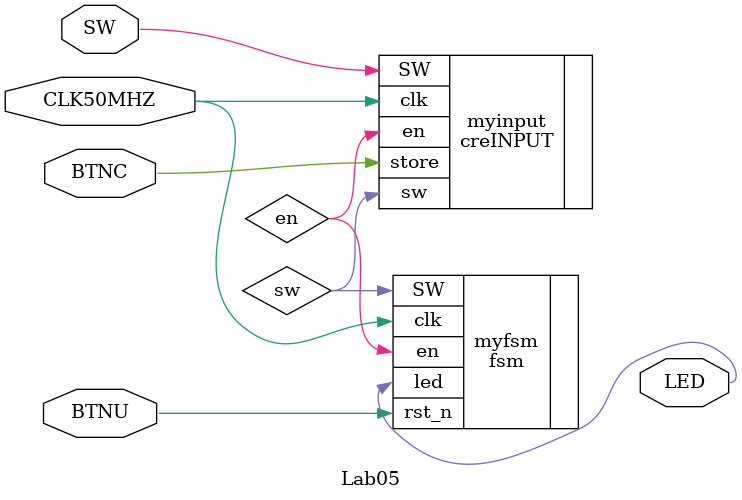
<source format=v>
`timescale 1ns / 1ps


module Lab05(
input SW,
input BTNC,
input BTNU,
input CLK50MHZ,
output LED
    );
    wire sw,en;
    /*wire [3:0]NEXT_STATE;
    wire [3:0]CURR_STATE;*/
    creINPUT myinput(
    .SW (SW),
    .store (BTNC),
    .clk (CLK50MHZ),
    .sw (sw),
    .en (en)
    );
  /* firstpart myfirst(
    .clk  (CLK50MHZ),
    .rst_n (BTNU),
    .next_state (NEXT_STATE),
    .curr_state (CURR_STATE)
    );
    secondpart mysecond(
    .curr_state (CURR_STATE),
    .SW (sw),
    .en (en),
    .next_state (NEXT_STATE)
    );
    toled mytoled(
    .state (NEXT_STATE),
    .led (LED)
    );*/
    fsm myfsm(
    .SW (sw),
    .en (en),
     .clk (CLK50MHZ),
     .rst_n (BTNU),
     .led (LED)
    );
endmodule

</source>
